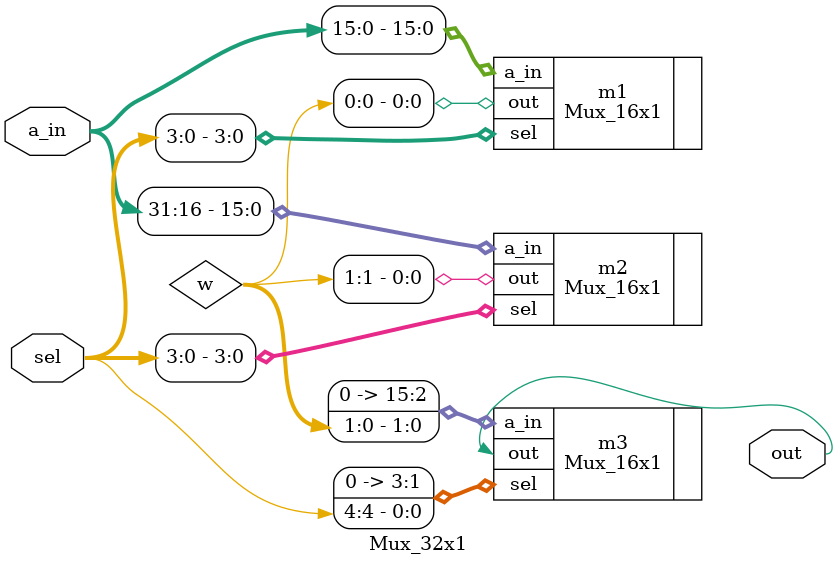
<source format=v>


module Mux_32x1 (
			input [31:0] a_in,
			input [4:0] sel,
			output out
		);

	wire [1:0] w;
	
	Mux_16x1 m1(.sel(sel[3:0]), .a_in(a_in[15:0]), .out(w[0]));
	Mux_16x1 m2(.sel(sel[3:0]), .a_in(a_in[31:16]), .out(w[1]));
	Mux_16x1 m3(.sel({3'b0, sel[4]}), .a_in({14'b0, w}), .out(out));
	

endmodule

</source>
